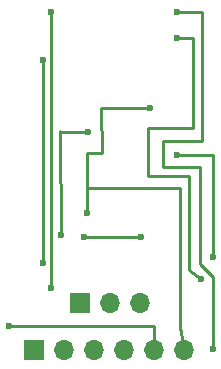
<source format=gbr>
G04 #@! TF.FileFunction,Copper,L2,Bot,Signal*
%FSLAX46Y46*%
G04 Gerber Fmt 4.6, Leading zero omitted, Abs format (unit mm)*
G04 Created by KiCad (PCBNEW 4.0.7) date 12/19/17 15:23:22*
%MOMM*%
%LPD*%
G01*
G04 APERTURE LIST*
%ADD10C,0.100000*%
%ADD11R,1.700000X1.700000*%
%ADD12O,1.700000X1.700000*%
%ADD13C,0.600000*%
%ADD14C,0.250000*%
G04 APERTURE END LIST*
D10*
D11*
X146880580Y-117599460D03*
D12*
X149420580Y-117599460D03*
X151960580Y-117599460D03*
D11*
X143002000Y-121559320D03*
D12*
X145542000Y-121559320D03*
X148082000Y-121559320D03*
X150622000Y-121559320D03*
X153162000Y-121559320D03*
X155702000Y-121559320D03*
D13*
X155067000Y-95123000D03*
X157134560Y-115559840D03*
X140845540Y-119499380D03*
X144399000Y-92964000D03*
X144399000Y-116332000D03*
X158109920Y-121493280D03*
X155067000Y-92964000D03*
X152806400Y-101071680D03*
X147447000Y-109982000D03*
X147193000Y-112014000D03*
X152019000Y-112014000D03*
X143764000Y-97028000D03*
X143764000Y-114173000D03*
X147551140Y-103052880D03*
X145221960Y-111846360D03*
X155082240Y-105054400D03*
X158115000Y-113665000D03*
D14*
X157134560Y-115559840D02*
X156083000Y-114808000D01*
X156438600Y-95112840D02*
X155067000Y-95123000D01*
X156083000Y-114808000D02*
X156083000Y-106807000D01*
X156083000Y-106807000D02*
X152654000Y-106807000D01*
X152654000Y-106807000D02*
X152654000Y-102743000D01*
X152654000Y-102743000D02*
X156464000Y-102743000D01*
X156464000Y-102743000D02*
X156438600Y-95112840D01*
X157134560Y-115559840D02*
X157134560Y-115559840D01*
X140853196Y-119499402D02*
X140845540Y-119499380D01*
X153162000Y-121559320D02*
X153162000Y-119507000D01*
X140853196Y-119499402D02*
X153162000Y-119507000D01*
X153162000Y-119507000D02*
X153171416Y-119504214D01*
X144399000Y-113919000D02*
X144399000Y-92964000D01*
X144399000Y-116332000D02*
X144399000Y-113919000D01*
X157047186Y-114258063D02*
X157041675Y-106044394D01*
X157041675Y-106044394D02*
X153924000Y-106045000D01*
X153924000Y-106045000D02*
X153926829Y-103885937D01*
X153926829Y-103885937D02*
X157224539Y-103886017D01*
X157224539Y-103886017D02*
X157226000Y-92964000D01*
X158109920Y-121493280D02*
X158109920Y-115336320D01*
X158109920Y-115336320D02*
X157047186Y-114258063D01*
X157226000Y-92964000D02*
X155067000Y-92964000D01*
X148696295Y-104902164D02*
X148666200Y-101092000D01*
X148666200Y-101092000D02*
X152806400Y-101071680D01*
X147447000Y-104902000D02*
X148696295Y-104902143D01*
X147447000Y-104902000D02*
X147447004Y-107817922D01*
X155321000Y-107823000D02*
X147447004Y-107817853D01*
X147447000Y-109982000D02*
X147447004Y-107817922D01*
X155702000Y-121559320D02*
X155321000Y-119634000D01*
X155321000Y-119634000D02*
X155321000Y-107823000D01*
X147193000Y-112014000D02*
X147192975Y-112017170D01*
X152019000Y-112014000D02*
X147192975Y-112017170D01*
X147192975Y-112017170D02*
X147187920Y-112017131D01*
X143764000Y-114173000D02*
X143764000Y-97028000D01*
X145196625Y-103052749D02*
X147551140Y-103052880D01*
X145221960Y-111846360D02*
X145196625Y-103052749D01*
X145196625Y-103052749D02*
X145196596Y-103042683D01*
X158115000Y-105029000D02*
X155082240Y-105054400D01*
X158115000Y-113665000D02*
X158115000Y-105029000D01*
M02*

</source>
